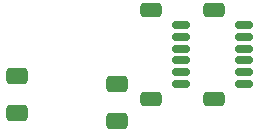
<source format=gbr>
%TF.GenerationSoftware,KiCad,Pcbnew,7.0.5*%
%TF.CreationDate,2024-01-26T22:20:05-05:00*%
%TF.ProjectId,LORA,4c4f5241-2e6b-4696-9361-645f70636258,rev?*%
%TF.SameCoordinates,Original*%
%TF.FileFunction,Paste,Bot*%
%TF.FilePolarity,Positive*%
%FSLAX46Y46*%
G04 Gerber Fmt 4.6, Leading zero omitted, Abs format (unit mm)*
G04 Created by KiCad (PCBNEW 7.0.5) date 2024-01-26 22:20:05*
%MOMM*%
%LPD*%
G01*
G04 APERTURE LIST*
G04 Aperture macros list*
%AMRoundRect*
0 Rectangle with rounded corners*
0 $1 Rounding radius*
0 $2 $3 $4 $5 $6 $7 $8 $9 X,Y pos of 4 corners*
0 Add a 4 corners polygon primitive as box body*
4,1,4,$2,$3,$4,$5,$6,$7,$8,$9,$2,$3,0*
0 Add four circle primitives for the rounded corners*
1,1,$1+$1,$2,$3*
1,1,$1+$1,$4,$5*
1,1,$1+$1,$6,$7*
1,1,$1+$1,$8,$9*
0 Add four rect primitives between the rounded corners*
20,1,$1+$1,$2,$3,$4,$5,0*
20,1,$1+$1,$4,$5,$6,$7,0*
20,1,$1+$1,$6,$7,$8,$9,0*
20,1,$1+$1,$8,$9,$2,$3,0*%
G04 Aperture macros list end*
%ADD10RoundRect,0.150000X-0.625000X0.150000X-0.625000X-0.150000X0.625000X-0.150000X0.625000X0.150000X0*%
%ADD11RoundRect,0.250000X-0.650000X0.350000X-0.650000X-0.350000X0.650000X-0.350000X0.650000X0.350000X0*%
%ADD12RoundRect,0.250000X-0.650000X0.412500X-0.650000X-0.412500X0.650000X-0.412500X0.650000X0.412500X0*%
G04 APERTURE END LIST*
D10*
%TO.C,J3*%
X157535000Y-97548621D03*
X157535000Y-98548621D03*
X157535000Y-99548621D03*
X157535000Y-100548621D03*
X157535000Y-101548621D03*
X157535000Y-102548621D03*
D11*
X155010000Y-103848621D03*
X155010000Y-96248621D03*
%TD*%
D12*
%TO.C,C1*%
X143610000Y-101836121D03*
X143610000Y-104961121D03*
%TD*%
D10*
%TO.C,J4*%
X162860000Y-97548621D03*
X162860000Y-98548621D03*
X162860000Y-99548621D03*
X162860000Y-100548621D03*
X162860000Y-101548621D03*
X162860000Y-102548621D03*
D11*
X160335000Y-103848621D03*
X160335000Y-96248621D03*
%TD*%
D12*
%TO.C,C2*%
X152110000Y-102548621D03*
X152110000Y-105673621D03*
%TD*%
M02*

</source>
